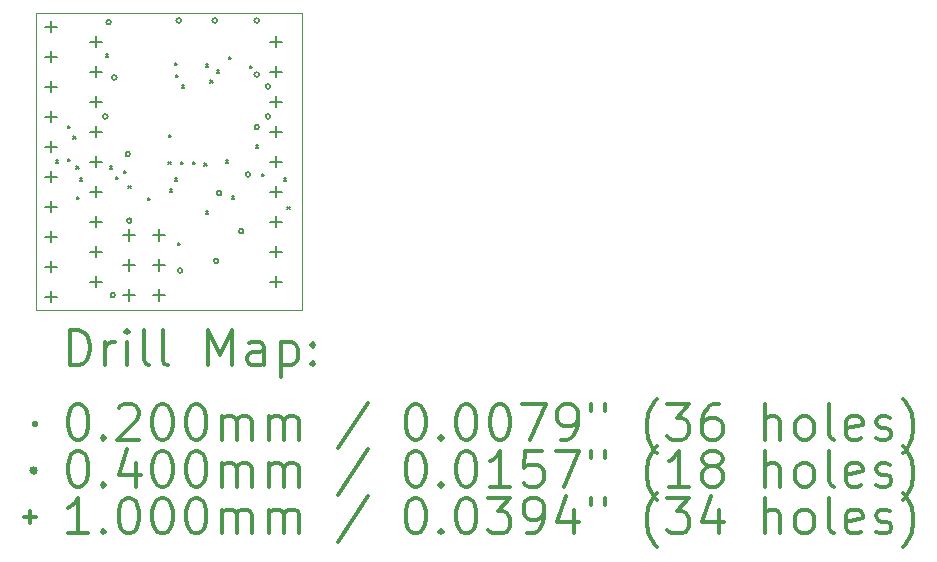
<source format=gbr>
%FSLAX45Y45*%
G04 Gerber Fmt 4.5, Leading zero omitted, Abs format (unit mm)*
G04 Created by KiCad (PCBNEW (5.1.10-1-10_14)) date 2021-12-19 23:04:49*
%MOMM*%
%LPD*%
G01*
G04 APERTURE LIST*
%TA.AperFunction,Profile*%
%ADD10C,0.050000*%
%TD*%
%ADD11C,0.200000*%
%ADD12C,0.300000*%
G04 APERTURE END LIST*
D10*
X14312900Y-12814300D02*
X12065000Y-12814300D01*
X12065000Y-12814300D02*
X12065000Y-10299700D01*
X14312900Y-10299700D02*
X14312900Y-12814300D01*
X12065000Y-10299700D02*
X14312900Y-10299700D01*
D11*
X12232800Y-11547000D02*
X12252800Y-11567000D01*
X12252800Y-11547000D02*
X12232800Y-11567000D01*
X12334400Y-11254900D02*
X12354400Y-11274900D01*
X12354400Y-11254900D02*
X12334400Y-11274900D01*
X12334400Y-11534300D02*
X12354400Y-11554300D01*
X12354400Y-11534300D02*
X12334400Y-11554300D01*
X12377998Y-11343693D02*
X12397998Y-11363693D01*
X12397998Y-11343693D02*
X12377998Y-11363693D01*
X12403699Y-11597800D02*
X12423699Y-11617800D01*
X12423699Y-11597800D02*
X12403699Y-11617800D01*
X12408093Y-11853762D02*
X12428093Y-11873762D01*
X12428093Y-11853762D02*
X12408093Y-11873762D01*
X12436000Y-11699400D02*
X12456000Y-11719400D01*
X12456000Y-11699400D02*
X12436000Y-11719400D01*
X12652170Y-10647729D02*
X12672170Y-10667729D01*
X12672170Y-10647729D02*
X12652170Y-10667729D01*
X12690000Y-11597800D02*
X12710000Y-11617800D01*
X12710000Y-11597800D02*
X12690000Y-11617800D01*
X12740800Y-11686699D02*
X12760800Y-11706699D01*
X12760800Y-11686699D02*
X12740800Y-11706699D01*
X12804640Y-11635900D02*
X12824640Y-11655900D01*
X12824640Y-11635900D02*
X12804640Y-11655900D01*
X12845803Y-11764614D02*
X12865803Y-11784614D01*
X12865803Y-11764614D02*
X12845803Y-11784614D01*
X13007500Y-11863303D02*
X13027500Y-11883303D01*
X13027500Y-11863303D02*
X13007500Y-11883303D01*
X13183028Y-11557148D02*
X13203028Y-11577148D01*
X13203028Y-11557148D02*
X13183028Y-11577148D01*
X13185300Y-11331100D02*
X13205300Y-11351100D01*
X13205300Y-11331100D02*
X13185300Y-11351100D01*
X13198059Y-11793174D02*
X13218059Y-11813174D01*
X13218059Y-11793174D02*
X13198059Y-11813174D01*
X13235984Y-11699400D02*
X13255984Y-11719400D01*
X13255984Y-11699400D02*
X13235984Y-11719400D01*
X13237692Y-10720962D02*
X13257692Y-10740962D01*
X13257692Y-10720962D02*
X13237692Y-10740962D01*
X13248800Y-10823100D02*
X13268800Y-10843100D01*
X13268800Y-10823100D02*
X13248800Y-10843100D01*
X13261500Y-12245500D02*
X13281500Y-12265500D01*
X13281500Y-12245500D02*
X13261500Y-12265500D01*
X13286902Y-11559698D02*
X13306902Y-11579698D01*
X13306902Y-11559698D02*
X13286902Y-11579698D01*
X13299600Y-10912000D02*
X13319600Y-10932000D01*
X13319600Y-10912000D02*
X13299600Y-10932000D01*
X13388690Y-11559049D02*
X13408690Y-11579049D01*
X13408690Y-11559049D02*
X13388690Y-11579049D01*
X13488905Y-11570367D02*
X13508905Y-11590367D01*
X13508905Y-11570367D02*
X13488905Y-11590367D01*
X13501143Y-10732650D02*
X13521143Y-10752650D01*
X13521143Y-10732650D02*
X13501143Y-10752650D01*
X13502800Y-11978800D02*
X13522800Y-11998800D01*
X13522800Y-11978800D02*
X13502800Y-11998800D01*
X13538468Y-10869535D02*
X13558468Y-10889535D01*
X13558468Y-10869535D02*
X13538468Y-10889535D01*
X13591700Y-10785000D02*
X13611700Y-10805000D01*
X13611700Y-10785000D02*
X13591700Y-10805000D01*
X13669065Y-11547517D02*
X13689065Y-11567517D01*
X13689065Y-11547517D02*
X13669065Y-11567517D01*
X13693300Y-10670700D02*
X13713300Y-10690700D01*
X13713300Y-10670700D02*
X13693300Y-10690700D01*
X13718700Y-11851800D02*
X13738700Y-11871800D01*
X13738700Y-11851800D02*
X13718700Y-11871800D01*
X13871100Y-10746900D02*
X13891100Y-10766900D01*
X13891100Y-10746900D02*
X13871100Y-10766900D01*
X13921900Y-11420000D02*
X13941900Y-11440000D01*
X13941900Y-11420000D02*
X13921900Y-11440000D01*
X13972700Y-11661300D02*
X13992700Y-11681300D01*
X13992700Y-11661300D02*
X13972700Y-11681300D01*
X14163200Y-11699400D02*
X14183200Y-11719400D01*
X14183200Y-11699400D02*
X14163200Y-11719400D01*
X14189798Y-11939502D02*
X14209798Y-11959502D01*
X14209798Y-11939502D02*
X14189798Y-11959502D01*
X12669200Y-11176000D02*
G75*
G03*
X12669200Y-11176000I-20000J0D01*
G01*
X12698203Y-10376805D02*
G75*
G03*
X12698203Y-10376805I-20000J0D01*
G01*
X12732700Y-12687300D02*
G75*
G03*
X12732700Y-12687300I-20000J0D01*
G01*
X12745400Y-10845800D02*
G75*
G03*
X12745400Y-10845800I-20000J0D01*
G01*
X12859700Y-11493500D02*
G75*
G03*
X12859700Y-11493500I-20000J0D01*
G01*
X12872400Y-12057429D02*
G75*
G03*
X12872400Y-12057429I-20000J0D01*
G01*
X13291500Y-10362200D02*
G75*
G03*
X13291500Y-10362200I-20000J0D01*
G01*
X13302876Y-12479099D02*
G75*
G03*
X13302876Y-12479099I-20000J0D01*
G01*
X13596300Y-10362200D02*
G75*
G03*
X13596300Y-10362200I-20000J0D01*
G01*
X13609000Y-12397107D02*
G75*
G03*
X13609000Y-12397107I-20000J0D01*
G01*
X13634400Y-11823699D02*
G75*
G03*
X13634400Y-11823699I-20000J0D01*
G01*
X13821080Y-12145118D02*
G75*
G03*
X13821080Y-12145118I-20000J0D01*
G01*
X13877426Y-11666965D02*
G75*
G03*
X13877426Y-11666965I-20000J0D01*
G01*
X13951900Y-10363200D02*
G75*
G03*
X13951900Y-10363200I-20000J0D01*
G01*
X13951900Y-10820400D02*
G75*
G03*
X13951900Y-10820400I-20000J0D01*
G01*
X13951900Y-11264900D02*
G75*
G03*
X13951900Y-11264900I-20000J0D01*
G01*
X14047027Y-10921999D02*
G75*
G03*
X14047027Y-10921999I-20000J0D01*
G01*
X14047028Y-11176000D02*
G75*
G03*
X14047028Y-11176000I-20000J0D01*
G01*
X12192000Y-10364000D02*
X12192000Y-10464000D01*
X12142000Y-10414000D02*
X12242000Y-10414000D01*
X12192000Y-10618000D02*
X12192000Y-10718000D01*
X12142000Y-10668000D02*
X12242000Y-10668000D01*
X12192000Y-10872000D02*
X12192000Y-10972000D01*
X12142000Y-10922000D02*
X12242000Y-10922000D01*
X12192000Y-11126000D02*
X12192000Y-11226000D01*
X12142000Y-11176000D02*
X12242000Y-11176000D01*
X12192000Y-11380000D02*
X12192000Y-11480000D01*
X12142000Y-11430000D02*
X12242000Y-11430000D01*
X12192000Y-11634000D02*
X12192000Y-11734000D01*
X12142000Y-11684000D02*
X12242000Y-11684000D01*
X12192000Y-11888000D02*
X12192000Y-11988000D01*
X12142000Y-11938000D02*
X12242000Y-11938000D01*
X12192000Y-12142000D02*
X12192000Y-12242000D01*
X12142000Y-12192000D02*
X12242000Y-12192000D01*
X12192000Y-12396000D02*
X12192000Y-12496000D01*
X12142000Y-12446000D02*
X12242000Y-12446000D01*
X12192000Y-12650000D02*
X12192000Y-12750000D01*
X12142000Y-12700000D02*
X12242000Y-12700000D01*
X12573000Y-10491000D02*
X12573000Y-10591000D01*
X12523000Y-10541000D02*
X12623000Y-10541000D01*
X12573000Y-10745000D02*
X12573000Y-10845000D01*
X12523000Y-10795000D02*
X12623000Y-10795000D01*
X12573000Y-10999000D02*
X12573000Y-11099000D01*
X12523000Y-11049000D02*
X12623000Y-11049000D01*
X12573000Y-11253000D02*
X12573000Y-11353000D01*
X12523000Y-11303000D02*
X12623000Y-11303000D01*
X12573000Y-11507000D02*
X12573000Y-11607000D01*
X12523000Y-11557000D02*
X12623000Y-11557000D01*
X12573000Y-11761000D02*
X12573000Y-11861000D01*
X12523000Y-11811000D02*
X12623000Y-11811000D01*
X12573000Y-12015000D02*
X12573000Y-12115000D01*
X12523000Y-12065000D02*
X12623000Y-12065000D01*
X12573000Y-12269000D02*
X12573000Y-12369000D01*
X12523000Y-12319000D02*
X12623000Y-12319000D01*
X12573000Y-12523000D02*
X12573000Y-12623000D01*
X12523000Y-12573000D02*
X12623000Y-12573000D01*
X12852400Y-12129300D02*
X12852400Y-12229300D01*
X12802400Y-12179300D02*
X12902400Y-12179300D01*
X12852400Y-12383300D02*
X12852400Y-12483300D01*
X12802400Y-12433300D02*
X12902400Y-12433300D01*
X12852400Y-12637300D02*
X12852400Y-12737300D01*
X12802400Y-12687300D02*
X12902400Y-12687300D01*
X13106400Y-12129300D02*
X13106400Y-12229300D01*
X13056400Y-12179300D02*
X13156400Y-12179300D01*
X13106400Y-12383300D02*
X13106400Y-12483300D01*
X13056400Y-12433300D02*
X13156400Y-12433300D01*
X13106400Y-12637300D02*
X13106400Y-12737300D01*
X13056400Y-12687300D02*
X13156400Y-12687300D01*
X14097000Y-10491000D02*
X14097000Y-10591000D01*
X14047000Y-10541000D02*
X14147000Y-10541000D01*
X14097000Y-10745000D02*
X14097000Y-10845000D01*
X14047000Y-10795000D02*
X14147000Y-10795000D01*
X14097000Y-10999000D02*
X14097000Y-11099000D01*
X14047000Y-11049000D02*
X14147000Y-11049000D01*
X14097000Y-11253000D02*
X14097000Y-11353000D01*
X14047000Y-11303000D02*
X14147000Y-11303000D01*
X14097000Y-11507000D02*
X14097000Y-11607000D01*
X14047000Y-11557000D02*
X14147000Y-11557000D01*
X14097000Y-11761000D02*
X14097000Y-11861000D01*
X14047000Y-11811000D02*
X14147000Y-11811000D01*
X14097000Y-12015000D02*
X14097000Y-12115000D01*
X14047000Y-12065000D02*
X14147000Y-12065000D01*
X14097000Y-12269000D02*
X14097000Y-12369000D01*
X14047000Y-12319000D02*
X14147000Y-12319000D01*
X14097000Y-12523000D02*
X14097000Y-12623000D01*
X14047000Y-12573000D02*
X14147000Y-12573000D01*
D12*
X12348928Y-13282514D02*
X12348928Y-12982514D01*
X12420357Y-12982514D01*
X12463214Y-12996800D01*
X12491786Y-13025371D01*
X12506071Y-13053943D01*
X12520357Y-13111086D01*
X12520357Y-13153943D01*
X12506071Y-13211086D01*
X12491786Y-13239657D01*
X12463214Y-13268229D01*
X12420357Y-13282514D01*
X12348928Y-13282514D01*
X12648928Y-13282514D02*
X12648928Y-13082514D01*
X12648928Y-13139657D02*
X12663214Y-13111086D01*
X12677500Y-13096800D01*
X12706071Y-13082514D01*
X12734643Y-13082514D01*
X12834643Y-13282514D02*
X12834643Y-13082514D01*
X12834643Y-12982514D02*
X12820357Y-12996800D01*
X12834643Y-13011086D01*
X12848928Y-12996800D01*
X12834643Y-12982514D01*
X12834643Y-13011086D01*
X13020357Y-13282514D02*
X12991786Y-13268229D01*
X12977500Y-13239657D01*
X12977500Y-12982514D01*
X13177500Y-13282514D02*
X13148928Y-13268229D01*
X13134643Y-13239657D01*
X13134643Y-12982514D01*
X13520357Y-13282514D02*
X13520357Y-12982514D01*
X13620357Y-13196800D01*
X13720357Y-12982514D01*
X13720357Y-13282514D01*
X13991786Y-13282514D02*
X13991786Y-13125371D01*
X13977500Y-13096800D01*
X13948928Y-13082514D01*
X13891786Y-13082514D01*
X13863214Y-13096800D01*
X13991786Y-13268229D02*
X13963214Y-13282514D01*
X13891786Y-13282514D01*
X13863214Y-13268229D01*
X13848928Y-13239657D01*
X13848928Y-13211086D01*
X13863214Y-13182514D01*
X13891786Y-13168229D01*
X13963214Y-13168229D01*
X13991786Y-13153943D01*
X14134643Y-13082514D02*
X14134643Y-13382514D01*
X14134643Y-13096800D02*
X14163214Y-13082514D01*
X14220357Y-13082514D01*
X14248928Y-13096800D01*
X14263214Y-13111086D01*
X14277500Y-13139657D01*
X14277500Y-13225371D01*
X14263214Y-13253943D01*
X14248928Y-13268229D01*
X14220357Y-13282514D01*
X14163214Y-13282514D01*
X14134643Y-13268229D01*
X14406071Y-13253943D02*
X14420357Y-13268229D01*
X14406071Y-13282514D01*
X14391786Y-13268229D01*
X14406071Y-13253943D01*
X14406071Y-13282514D01*
X14406071Y-13096800D02*
X14420357Y-13111086D01*
X14406071Y-13125371D01*
X14391786Y-13111086D01*
X14406071Y-13096800D01*
X14406071Y-13125371D01*
X12042500Y-13766800D02*
X12062500Y-13786800D01*
X12062500Y-13766800D02*
X12042500Y-13786800D01*
X12406071Y-13612514D02*
X12434643Y-13612514D01*
X12463214Y-13626800D01*
X12477500Y-13641086D01*
X12491786Y-13669657D01*
X12506071Y-13726800D01*
X12506071Y-13798229D01*
X12491786Y-13855371D01*
X12477500Y-13883943D01*
X12463214Y-13898229D01*
X12434643Y-13912514D01*
X12406071Y-13912514D01*
X12377500Y-13898229D01*
X12363214Y-13883943D01*
X12348928Y-13855371D01*
X12334643Y-13798229D01*
X12334643Y-13726800D01*
X12348928Y-13669657D01*
X12363214Y-13641086D01*
X12377500Y-13626800D01*
X12406071Y-13612514D01*
X12634643Y-13883943D02*
X12648928Y-13898229D01*
X12634643Y-13912514D01*
X12620357Y-13898229D01*
X12634643Y-13883943D01*
X12634643Y-13912514D01*
X12763214Y-13641086D02*
X12777500Y-13626800D01*
X12806071Y-13612514D01*
X12877500Y-13612514D01*
X12906071Y-13626800D01*
X12920357Y-13641086D01*
X12934643Y-13669657D01*
X12934643Y-13698229D01*
X12920357Y-13741086D01*
X12748928Y-13912514D01*
X12934643Y-13912514D01*
X13120357Y-13612514D02*
X13148928Y-13612514D01*
X13177500Y-13626800D01*
X13191786Y-13641086D01*
X13206071Y-13669657D01*
X13220357Y-13726800D01*
X13220357Y-13798229D01*
X13206071Y-13855371D01*
X13191786Y-13883943D01*
X13177500Y-13898229D01*
X13148928Y-13912514D01*
X13120357Y-13912514D01*
X13091786Y-13898229D01*
X13077500Y-13883943D01*
X13063214Y-13855371D01*
X13048928Y-13798229D01*
X13048928Y-13726800D01*
X13063214Y-13669657D01*
X13077500Y-13641086D01*
X13091786Y-13626800D01*
X13120357Y-13612514D01*
X13406071Y-13612514D02*
X13434643Y-13612514D01*
X13463214Y-13626800D01*
X13477500Y-13641086D01*
X13491786Y-13669657D01*
X13506071Y-13726800D01*
X13506071Y-13798229D01*
X13491786Y-13855371D01*
X13477500Y-13883943D01*
X13463214Y-13898229D01*
X13434643Y-13912514D01*
X13406071Y-13912514D01*
X13377500Y-13898229D01*
X13363214Y-13883943D01*
X13348928Y-13855371D01*
X13334643Y-13798229D01*
X13334643Y-13726800D01*
X13348928Y-13669657D01*
X13363214Y-13641086D01*
X13377500Y-13626800D01*
X13406071Y-13612514D01*
X13634643Y-13912514D02*
X13634643Y-13712514D01*
X13634643Y-13741086D02*
X13648928Y-13726800D01*
X13677500Y-13712514D01*
X13720357Y-13712514D01*
X13748928Y-13726800D01*
X13763214Y-13755371D01*
X13763214Y-13912514D01*
X13763214Y-13755371D02*
X13777500Y-13726800D01*
X13806071Y-13712514D01*
X13848928Y-13712514D01*
X13877500Y-13726800D01*
X13891786Y-13755371D01*
X13891786Y-13912514D01*
X14034643Y-13912514D02*
X14034643Y-13712514D01*
X14034643Y-13741086D02*
X14048928Y-13726800D01*
X14077500Y-13712514D01*
X14120357Y-13712514D01*
X14148928Y-13726800D01*
X14163214Y-13755371D01*
X14163214Y-13912514D01*
X14163214Y-13755371D02*
X14177500Y-13726800D01*
X14206071Y-13712514D01*
X14248928Y-13712514D01*
X14277500Y-13726800D01*
X14291786Y-13755371D01*
X14291786Y-13912514D01*
X14877500Y-13598229D02*
X14620357Y-13983943D01*
X15263214Y-13612514D02*
X15291786Y-13612514D01*
X15320357Y-13626800D01*
X15334643Y-13641086D01*
X15348928Y-13669657D01*
X15363214Y-13726800D01*
X15363214Y-13798229D01*
X15348928Y-13855371D01*
X15334643Y-13883943D01*
X15320357Y-13898229D01*
X15291786Y-13912514D01*
X15263214Y-13912514D01*
X15234643Y-13898229D01*
X15220357Y-13883943D01*
X15206071Y-13855371D01*
X15191786Y-13798229D01*
X15191786Y-13726800D01*
X15206071Y-13669657D01*
X15220357Y-13641086D01*
X15234643Y-13626800D01*
X15263214Y-13612514D01*
X15491786Y-13883943D02*
X15506071Y-13898229D01*
X15491786Y-13912514D01*
X15477500Y-13898229D01*
X15491786Y-13883943D01*
X15491786Y-13912514D01*
X15691786Y-13612514D02*
X15720357Y-13612514D01*
X15748928Y-13626800D01*
X15763214Y-13641086D01*
X15777500Y-13669657D01*
X15791786Y-13726800D01*
X15791786Y-13798229D01*
X15777500Y-13855371D01*
X15763214Y-13883943D01*
X15748928Y-13898229D01*
X15720357Y-13912514D01*
X15691786Y-13912514D01*
X15663214Y-13898229D01*
X15648928Y-13883943D01*
X15634643Y-13855371D01*
X15620357Y-13798229D01*
X15620357Y-13726800D01*
X15634643Y-13669657D01*
X15648928Y-13641086D01*
X15663214Y-13626800D01*
X15691786Y-13612514D01*
X15977500Y-13612514D02*
X16006071Y-13612514D01*
X16034643Y-13626800D01*
X16048928Y-13641086D01*
X16063214Y-13669657D01*
X16077500Y-13726800D01*
X16077500Y-13798229D01*
X16063214Y-13855371D01*
X16048928Y-13883943D01*
X16034643Y-13898229D01*
X16006071Y-13912514D01*
X15977500Y-13912514D01*
X15948928Y-13898229D01*
X15934643Y-13883943D01*
X15920357Y-13855371D01*
X15906071Y-13798229D01*
X15906071Y-13726800D01*
X15920357Y-13669657D01*
X15934643Y-13641086D01*
X15948928Y-13626800D01*
X15977500Y-13612514D01*
X16177500Y-13612514D02*
X16377500Y-13612514D01*
X16248928Y-13912514D01*
X16506071Y-13912514D02*
X16563214Y-13912514D01*
X16591786Y-13898229D01*
X16606071Y-13883943D01*
X16634643Y-13841086D01*
X16648928Y-13783943D01*
X16648928Y-13669657D01*
X16634643Y-13641086D01*
X16620357Y-13626800D01*
X16591786Y-13612514D01*
X16534643Y-13612514D01*
X16506071Y-13626800D01*
X16491786Y-13641086D01*
X16477500Y-13669657D01*
X16477500Y-13741086D01*
X16491786Y-13769657D01*
X16506071Y-13783943D01*
X16534643Y-13798229D01*
X16591786Y-13798229D01*
X16620357Y-13783943D01*
X16634643Y-13769657D01*
X16648928Y-13741086D01*
X16763214Y-13612514D02*
X16763214Y-13669657D01*
X16877500Y-13612514D02*
X16877500Y-13669657D01*
X17320357Y-14026800D02*
X17306071Y-14012514D01*
X17277500Y-13969657D01*
X17263214Y-13941086D01*
X17248928Y-13898229D01*
X17234643Y-13826800D01*
X17234643Y-13769657D01*
X17248928Y-13698229D01*
X17263214Y-13655371D01*
X17277500Y-13626800D01*
X17306071Y-13583943D01*
X17320357Y-13569657D01*
X17406071Y-13612514D02*
X17591786Y-13612514D01*
X17491786Y-13726800D01*
X17534643Y-13726800D01*
X17563214Y-13741086D01*
X17577500Y-13755371D01*
X17591786Y-13783943D01*
X17591786Y-13855371D01*
X17577500Y-13883943D01*
X17563214Y-13898229D01*
X17534643Y-13912514D01*
X17448928Y-13912514D01*
X17420357Y-13898229D01*
X17406071Y-13883943D01*
X17848928Y-13612514D02*
X17791786Y-13612514D01*
X17763214Y-13626800D01*
X17748928Y-13641086D01*
X17720357Y-13683943D01*
X17706071Y-13741086D01*
X17706071Y-13855371D01*
X17720357Y-13883943D01*
X17734643Y-13898229D01*
X17763214Y-13912514D01*
X17820357Y-13912514D01*
X17848928Y-13898229D01*
X17863214Y-13883943D01*
X17877500Y-13855371D01*
X17877500Y-13783943D01*
X17863214Y-13755371D01*
X17848928Y-13741086D01*
X17820357Y-13726800D01*
X17763214Y-13726800D01*
X17734643Y-13741086D01*
X17720357Y-13755371D01*
X17706071Y-13783943D01*
X18234643Y-13912514D02*
X18234643Y-13612514D01*
X18363214Y-13912514D02*
X18363214Y-13755371D01*
X18348928Y-13726800D01*
X18320357Y-13712514D01*
X18277500Y-13712514D01*
X18248928Y-13726800D01*
X18234643Y-13741086D01*
X18548928Y-13912514D02*
X18520357Y-13898229D01*
X18506071Y-13883943D01*
X18491786Y-13855371D01*
X18491786Y-13769657D01*
X18506071Y-13741086D01*
X18520357Y-13726800D01*
X18548928Y-13712514D01*
X18591786Y-13712514D01*
X18620357Y-13726800D01*
X18634643Y-13741086D01*
X18648928Y-13769657D01*
X18648928Y-13855371D01*
X18634643Y-13883943D01*
X18620357Y-13898229D01*
X18591786Y-13912514D01*
X18548928Y-13912514D01*
X18820357Y-13912514D02*
X18791786Y-13898229D01*
X18777500Y-13869657D01*
X18777500Y-13612514D01*
X19048928Y-13898229D02*
X19020357Y-13912514D01*
X18963214Y-13912514D01*
X18934643Y-13898229D01*
X18920357Y-13869657D01*
X18920357Y-13755371D01*
X18934643Y-13726800D01*
X18963214Y-13712514D01*
X19020357Y-13712514D01*
X19048928Y-13726800D01*
X19063214Y-13755371D01*
X19063214Y-13783943D01*
X18920357Y-13812514D01*
X19177500Y-13898229D02*
X19206071Y-13912514D01*
X19263214Y-13912514D01*
X19291786Y-13898229D01*
X19306071Y-13869657D01*
X19306071Y-13855371D01*
X19291786Y-13826800D01*
X19263214Y-13812514D01*
X19220357Y-13812514D01*
X19191786Y-13798229D01*
X19177500Y-13769657D01*
X19177500Y-13755371D01*
X19191786Y-13726800D01*
X19220357Y-13712514D01*
X19263214Y-13712514D01*
X19291786Y-13726800D01*
X19406071Y-14026800D02*
X19420357Y-14012514D01*
X19448928Y-13969657D01*
X19463214Y-13941086D01*
X19477500Y-13898229D01*
X19491786Y-13826800D01*
X19491786Y-13769657D01*
X19477500Y-13698229D01*
X19463214Y-13655371D01*
X19448928Y-13626800D01*
X19420357Y-13583943D01*
X19406071Y-13569657D01*
X12062500Y-14172800D02*
G75*
G03*
X12062500Y-14172800I-20000J0D01*
G01*
X12406071Y-14008514D02*
X12434643Y-14008514D01*
X12463214Y-14022800D01*
X12477500Y-14037086D01*
X12491786Y-14065657D01*
X12506071Y-14122800D01*
X12506071Y-14194229D01*
X12491786Y-14251371D01*
X12477500Y-14279943D01*
X12463214Y-14294229D01*
X12434643Y-14308514D01*
X12406071Y-14308514D01*
X12377500Y-14294229D01*
X12363214Y-14279943D01*
X12348928Y-14251371D01*
X12334643Y-14194229D01*
X12334643Y-14122800D01*
X12348928Y-14065657D01*
X12363214Y-14037086D01*
X12377500Y-14022800D01*
X12406071Y-14008514D01*
X12634643Y-14279943D02*
X12648928Y-14294229D01*
X12634643Y-14308514D01*
X12620357Y-14294229D01*
X12634643Y-14279943D01*
X12634643Y-14308514D01*
X12906071Y-14108514D02*
X12906071Y-14308514D01*
X12834643Y-13994229D02*
X12763214Y-14208514D01*
X12948928Y-14208514D01*
X13120357Y-14008514D02*
X13148928Y-14008514D01*
X13177500Y-14022800D01*
X13191786Y-14037086D01*
X13206071Y-14065657D01*
X13220357Y-14122800D01*
X13220357Y-14194229D01*
X13206071Y-14251371D01*
X13191786Y-14279943D01*
X13177500Y-14294229D01*
X13148928Y-14308514D01*
X13120357Y-14308514D01*
X13091786Y-14294229D01*
X13077500Y-14279943D01*
X13063214Y-14251371D01*
X13048928Y-14194229D01*
X13048928Y-14122800D01*
X13063214Y-14065657D01*
X13077500Y-14037086D01*
X13091786Y-14022800D01*
X13120357Y-14008514D01*
X13406071Y-14008514D02*
X13434643Y-14008514D01*
X13463214Y-14022800D01*
X13477500Y-14037086D01*
X13491786Y-14065657D01*
X13506071Y-14122800D01*
X13506071Y-14194229D01*
X13491786Y-14251371D01*
X13477500Y-14279943D01*
X13463214Y-14294229D01*
X13434643Y-14308514D01*
X13406071Y-14308514D01*
X13377500Y-14294229D01*
X13363214Y-14279943D01*
X13348928Y-14251371D01*
X13334643Y-14194229D01*
X13334643Y-14122800D01*
X13348928Y-14065657D01*
X13363214Y-14037086D01*
X13377500Y-14022800D01*
X13406071Y-14008514D01*
X13634643Y-14308514D02*
X13634643Y-14108514D01*
X13634643Y-14137086D02*
X13648928Y-14122800D01*
X13677500Y-14108514D01*
X13720357Y-14108514D01*
X13748928Y-14122800D01*
X13763214Y-14151371D01*
X13763214Y-14308514D01*
X13763214Y-14151371D02*
X13777500Y-14122800D01*
X13806071Y-14108514D01*
X13848928Y-14108514D01*
X13877500Y-14122800D01*
X13891786Y-14151371D01*
X13891786Y-14308514D01*
X14034643Y-14308514D02*
X14034643Y-14108514D01*
X14034643Y-14137086D02*
X14048928Y-14122800D01*
X14077500Y-14108514D01*
X14120357Y-14108514D01*
X14148928Y-14122800D01*
X14163214Y-14151371D01*
X14163214Y-14308514D01*
X14163214Y-14151371D02*
X14177500Y-14122800D01*
X14206071Y-14108514D01*
X14248928Y-14108514D01*
X14277500Y-14122800D01*
X14291786Y-14151371D01*
X14291786Y-14308514D01*
X14877500Y-13994229D02*
X14620357Y-14379943D01*
X15263214Y-14008514D02*
X15291786Y-14008514D01*
X15320357Y-14022800D01*
X15334643Y-14037086D01*
X15348928Y-14065657D01*
X15363214Y-14122800D01*
X15363214Y-14194229D01*
X15348928Y-14251371D01*
X15334643Y-14279943D01*
X15320357Y-14294229D01*
X15291786Y-14308514D01*
X15263214Y-14308514D01*
X15234643Y-14294229D01*
X15220357Y-14279943D01*
X15206071Y-14251371D01*
X15191786Y-14194229D01*
X15191786Y-14122800D01*
X15206071Y-14065657D01*
X15220357Y-14037086D01*
X15234643Y-14022800D01*
X15263214Y-14008514D01*
X15491786Y-14279943D02*
X15506071Y-14294229D01*
X15491786Y-14308514D01*
X15477500Y-14294229D01*
X15491786Y-14279943D01*
X15491786Y-14308514D01*
X15691786Y-14008514D02*
X15720357Y-14008514D01*
X15748928Y-14022800D01*
X15763214Y-14037086D01*
X15777500Y-14065657D01*
X15791786Y-14122800D01*
X15791786Y-14194229D01*
X15777500Y-14251371D01*
X15763214Y-14279943D01*
X15748928Y-14294229D01*
X15720357Y-14308514D01*
X15691786Y-14308514D01*
X15663214Y-14294229D01*
X15648928Y-14279943D01*
X15634643Y-14251371D01*
X15620357Y-14194229D01*
X15620357Y-14122800D01*
X15634643Y-14065657D01*
X15648928Y-14037086D01*
X15663214Y-14022800D01*
X15691786Y-14008514D01*
X16077500Y-14308514D02*
X15906071Y-14308514D01*
X15991786Y-14308514D02*
X15991786Y-14008514D01*
X15963214Y-14051371D01*
X15934643Y-14079943D01*
X15906071Y-14094229D01*
X16348928Y-14008514D02*
X16206071Y-14008514D01*
X16191786Y-14151371D01*
X16206071Y-14137086D01*
X16234643Y-14122800D01*
X16306071Y-14122800D01*
X16334643Y-14137086D01*
X16348928Y-14151371D01*
X16363214Y-14179943D01*
X16363214Y-14251371D01*
X16348928Y-14279943D01*
X16334643Y-14294229D01*
X16306071Y-14308514D01*
X16234643Y-14308514D01*
X16206071Y-14294229D01*
X16191786Y-14279943D01*
X16463214Y-14008514D02*
X16663214Y-14008514D01*
X16534643Y-14308514D01*
X16763214Y-14008514D02*
X16763214Y-14065657D01*
X16877500Y-14008514D02*
X16877500Y-14065657D01*
X17320357Y-14422800D02*
X17306071Y-14408514D01*
X17277500Y-14365657D01*
X17263214Y-14337086D01*
X17248928Y-14294229D01*
X17234643Y-14222800D01*
X17234643Y-14165657D01*
X17248928Y-14094229D01*
X17263214Y-14051371D01*
X17277500Y-14022800D01*
X17306071Y-13979943D01*
X17320357Y-13965657D01*
X17591786Y-14308514D02*
X17420357Y-14308514D01*
X17506071Y-14308514D02*
X17506071Y-14008514D01*
X17477500Y-14051371D01*
X17448928Y-14079943D01*
X17420357Y-14094229D01*
X17763214Y-14137086D02*
X17734643Y-14122800D01*
X17720357Y-14108514D01*
X17706071Y-14079943D01*
X17706071Y-14065657D01*
X17720357Y-14037086D01*
X17734643Y-14022800D01*
X17763214Y-14008514D01*
X17820357Y-14008514D01*
X17848928Y-14022800D01*
X17863214Y-14037086D01*
X17877500Y-14065657D01*
X17877500Y-14079943D01*
X17863214Y-14108514D01*
X17848928Y-14122800D01*
X17820357Y-14137086D01*
X17763214Y-14137086D01*
X17734643Y-14151371D01*
X17720357Y-14165657D01*
X17706071Y-14194229D01*
X17706071Y-14251371D01*
X17720357Y-14279943D01*
X17734643Y-14294229D01*
X17763214Y-14308514D01*
X17820357Y-14308514D01*
X17848928Y-14294229D01*
X17863214Y-14279943D01*
X17877500Y-14251371D01*
X17877500Y-14194229D01*
X17863214Y-14165657D01*
X17848928Y-14151371D01*
X17820357Y-14137086D01*
X18234643Y-14308514D02*
X18234643Y-14008514D01*
X18363214Y-14308514D02*
X18363214Y-14151371D01*
X18348928Y-14122800D01*
X18320357Y-14108514D01*
X18277500Y-14108514D01*
X18248928Y-14122800D01*
X18234643Y-14137086D01*
X18548928Y-14308514D02*
X18520357Y-14294229D01*
X18506071Y-14279943D01*
X18491786Y-14251371D01*
X18491786Y-14165657D01*
X18506071Y-14137086D01*
X18520357Y-14122800D01*
X18548928Y-14108514D01*
X18591786Y-14108514D01*
X18620357Y-14122800D01*
X18634643Y-14137086D01*
X18648928Y-14165657D01*
X18648928Y-14251371D01*
X18634643Y-14279943D01*
X18620357Y-14294229D01*
X18591786Y-14308514D01*
X18548928Y-14308514D01*
X18820357Y-14308514D02*
X18791786Y-14294229D01*
X18777500Y-14265657D01*
X18777500Y-14008514D01*
X19048928Y-14294229D02*
X19020357Y-14308514D01*
X18963214Y-14308514D01*
X18934643Y-14294229D01*
X18920357Y-14265657D01*
X18920357Y-14151371D01*
X18934643Y-14122800D01*
X18963214Y-14108514D01*
X19020357Y-14108514D01*
X19048928Y-14122800D01*
X19063214Y-14151371D01*
X19063214Y-14179943D01*
X18920357Y-14208514D01*
X19177500Y-14294229D02*
X19206071Y-14308514D01*
X19263214Y-14308514D01*
X19291786Y-14294229D01*
X19306071Y-14265657D01*
X19306071Y-14251371D01*
X19291786Y-14222800D01*
X19263214Y-14208514D01*
X19220357Y-14208514D01*
X19191786Y-14194229D01*
X19177500Y-14165657D01*
X19177500Y-14151371D01*
X19191786Y-14122800D01*
X19220357Y-14108514D01*
X19263214Y-14108514D01*
X19291786Y-14122800D01*
X19406071Y-14422800D02*
X19420357Y-14408514D01*
X19448928Y-14365657D01*
X19463214Y-14337086D01*
X19477500Y-14294229D01*
X19491786Y-14222800D01*
X19491786Y-14165657D01*
X19477500Y-14094229D01*
X19463214Y-14051371D01*
X19448928Y-14022800D01*
X19420357Y-13979943D01*
X19406071Y-13965657D01*
X12012500Y-14518800D02*
X12012500Y-14618800D01*
X11962500Y-14568800D02*
X12062500Y-14568800D01*
X12506071Y-14704514D02*
X12334643Y-14704514D01*
X12420357Y-14704514D02*
X12420357Y-14404514D01*
X12391786Y-14447371D01*
X12363214Y-14475943D01*
X12334643Y-14490229D01*
X12634643Y-14675943D02*
X12648928Y-14690229D01*
X12634643Y-14704514D01*
X12620357Y-14690229D01*
X12634643Y-14675943D01*
X12634643Y-14704514D01*
X12834643Y-14404514D02*
X12863214Y-14404514D01*
X12891786Y-14418800D01*
X12906071Y-14433086D01*
X12920357Y-14461657D01*
X12934643Y-14518800D01*
X12934643Y-14590229D01*
X12920357Y-14647371D01*
X12906071Y-14675943D01*
X12891786Y-14690229D01*
X12863214Y-14704514D01*
X12834643Y-14704514D01*
X12806071Y-14690229D01*
X12791786Y-14675943D01*
X12777500Y-14647371D01*
X12763214Y-14590229D01*
X12763214Y-14518800D01*
X12777500Y-14461657D01*
X12791786Y-14433086D01*
X12806071Y-14418800D01*
X12834643Y-14404514D01*
X13120357Y-14404514D02*
X13148928Y-14404514D01*
X13177500Y-14418800D01*
X13191786Y-14433086D01*
X13206071Y-14461657D01*
X13220357Y-14518800D01*
X13220357Y-14590229D01*
X13206071Y-14647371D01*
X13191786Y-14675943D01*
X13177500Y-14690229D01*
X13148928Y-14704514D01*
X13120357Y-14704514D01*
X13091786Y-14690229D01*
X13077500Y-14675943D01*
X13063214Y-14647371D01*
X13048928Y-14590229D01*
X13048928Y-14518800D01*
X13063214Y-14461657D01*
X13077500Y-14433086D01*
X13091786Y-14418800D01*
X13120357Y-14404514D01*
X13406071Y-14404514D02*
X13434643Y-14404514D01*
X13463214Y-14418800D01*
X13477500Y-14433086D01*
X13491786Y-14461657D01*
X13506071Y-14518800D01*
X13506071Y-14590229D01*
X13491786Y-14647371D01*
X13477500Y-14675943D01*
X13463214Y-14690229D01*
X13434643Y-14704514D01*
X13406071Y-14704514D01*
X13377500Y-14690229D01*
X13363214Y-14675943D01*
X13348928Y-14647371D01*
X13334643Y-14590229D01*
X13334643Y-14518800D01*
X13348928Y-14461657D01*
X13363214Y-14433086D01*
X13377500Y-14418800D01*
X13406071Y-14404514D01*
X13634643Y-14704514D02*
X13634643Y-14504514D01*
X13634643Y-14533086D02*
X13648928Y-14518800D01*
X13677500Y-14504514D01*
X13720357Y-14504514D01*
X13748928Y-14518800D01*
X13763214Y-14547371D01*
X13763214Y-14704514D01*
X13763214Y-14547371D02*
X13777500Y-14518800D01*
X13806071Y-14504514D01*
X13848928Y-14504514D01*
X13877500Y-14518800D01*
X13891786Y-14547371D01*
X13891786Y-14704514D01*
X14034643Y-14704514D02*
X14034643Y-14504514D01*
X14034643Y-14533086D02*
X14048928Y-14518800D01*
X14077500Y-14504514D01*
X14120357Y-14504514D01*
X14148928Y-14518800D01*
X14163214Y-14547371D01*
X14163214Y-14704514D01*
X14163214Y-14547371D02*
X14177500Y-14518800D01*
X14206071Y-14504514D01*
X14248928Y-14504514D01*
X14277500Y-14518800D01*
X14291786Y-14547371D01*
X14291786Y-14704514D01*
X14877500Y-14390229D02*
X14620357Y-14775943D01*
X15263214Y-14404514D02*
X15291786Y-14404514D01*
X15320357Y-14418800D01*
X15334643Y-14433086D01*
X15348928Y-14461657D01*
X15363214Y-14518800D01*
X15363214Y-14590229D01*
X15348928Y-14647371D01*
X15334643Y-14675943D01*
X15320357Y-14690229D01*
X15291786Y-14704514D01*
X15263214Y-14704514D01*
X15234643Y-14690229D01*
X15220357Y-14675943D01*
X15206071Y-14647371D01*
X15191786Y-14590229D01*
X15191786Y-14518800D01*
X15206071Y-14461657D01*
X15220357Y-14433086D01*
X15234643Y-14418800D01*
X15263214Y-14404514D01*
X15491786Y-14675943D02*
X15506071Y-14690229D01*
X15491786Y-14704514D01*
X15477500Y-14690229D01*
X15491786Y-14675943D01*
X15491786Y-14704514D01*
X15691786Y-14404514D02*
X15720357Y-14404514D01*
X15748928Y-14418800D01*
X15763214Y-14433086D01*
X15777500Y-14461657D01*
X15791786Y-14518800D01*
X15791786Y-14590229D01*
X15777500Y-14647371D01*
X15763214Y-14675943D01*
X15748928Y-14690229D01*
X15720357Y-14704514D01*
X15691786Y-14704514D01*
X15663214Y-14690229D01*
X15648928Y-14675943D01*
X15634643Y-14647371D01*
X15620357Y-14590229D01*
X15620357Y-14518800D01*
X15634643Y-14461657D01*
X15648928Y-14433086D01*
X15663214Y-14418800D01*
X15691786Y-14404514D01*
X15891786Y-14404514D02*
X16077500Y-14404514D01*
X15977500Y-14518800D01*
X16020357Y-14518800D01*
X16048928Y-14533086D01*
X16063214Y-14547371D01*
X16077500Y-14575943D01*
X16077500Y-14647371D01*
X16063214Y-14675943D01*
X16048928Y-14690229D01*
X16020357Y-14704514D01*
X15934643Y-14704514D01*
X15906071Y-14690229D01*
X15891786Y-14675943D01*
X16220357Y-14704514D02*
X16277500Y-14704514D01*
X16306071Y-14690229D01*
X16320357Y-14675943D01*
X16348928Y-14633086D01*
X16363214Y-14575943D01*
X16363214Y-14461657D01*
X16348928Y-14433086D01*
X16334643Y-14418800D01*
X16306071Y-14404514D01*
X16248928Y-14404514D01*
X16220357Y-14418800D01*
X16206071Y-14433086D01*
X16191786Y-14461657D01*
X16191786Y-14533086D01*
X16206071Y-14561657D01*
X16220357Y-14575943D01*
X16248928Y-14590229D01*
X16306071Y-14590229D01*
X16334643Y-14575943D01*
X16348928Y-14561657D01*
X16363214Y-14533086D01*
X16620357Y-14504514D02*
X16620357Y-14704514D01*
X16548928Y-14390229D02*
X16477500Y-14604514D01*
X16663214Y-14604514D01*
X16763214Y-14404514D02*
X16763214Y-14461657D01*
X16877500Y-14404514D02*
X16877500Y-14461657D01*
X17320357Y-14818800D02*
X17306071Y-14804514D01*
X17277500Y-14761657D01*
X17263214Y-14733086D01*
X17248928Y-14690229D01*
X17234643Y-14618800D01*
X17234643Y-14561657D01*
X17248928Y-14490229D01*
X17263214Y-14447371D01*
X17277500Y-14418800D01*
X17306071Y-14375943D01*
X17320357Y-14361657D01*
X17406071Y-14404514D02*
X17591786Y-14404514D01*
X17491786Y-14518800D01*
X17534643Y-14518800D01*
X17563214Y-14533086D01*
X17577500Y-14547371D01*
X17591786Y-14575943D01*
X17591786Y-14647371D01*
X17577500Y-14675943D01*
X17563214Y-14690229D01*
X17534643Y-14704514D01*
X17448928Y-14704514D01*
X17420357Y-14690229D01*
X17406071Y-14675943D01*
X17848928Y-14504514D02*
X17848928Y-14704514D01*
X17777500Y-14390229D02*
X17706071Y-14604514D01*
X17891786Y-14604514D01*
X18234643Y-14704514D02*
X18234643Y-14404514D01*
X18363214Y-14704514D02*
X18363214Y-14547371D01*
X18348928Y-14518800D01*
X18320357Y-14504514D01*
X18277500Y-14504514D01*
X18248928Y-14518800D01*
X18234643Y-14533086D01*
X18548928Y-14704514D02*
X18520357Y-14690229D01*
X18506071Y-14675943D01*
X18491786Y-14647371D01*
X18491786Y-14561657D01*
X18506071Y-14533086D01*
X18520357Y-14518800D01*
X18548928Y-14504514D01*
X18591786Y-14504514D01*
X18620357Y-14518800D01*
X18634643Y-14533086D01*
X18648928Y-14561657D01*
X18648928Y-14647371D01*
X18634643Y-14675943D01*
X18620357Y-14690229D01*
X18591786Y-14704514D01*
X18548928Y-14704514D01*
X18820357Y-14704514D02*
X18791786Y-14690229D01*
X18777500Y-14661657D01*
X18777500Y-14404514D01*
X19048928Y-14690229D02*
X19020357Y-14704514D01*
X18963214Y-14704514D01*
X18934643Y-14690229D01*
X18920357Y-14661657D01*
X18920357Y-14547371D01*
X18934643Y-14518800D01*
X18963214Y-14504514D01*
X19020357Y-14504514D01*
X19048928Y-14518800D01*
X19063214Y-14547371D01*
X19063214Y-14575943D01*
X18920357Y-14604514D01*
X19177500Y-14690229D02*
X19206071Y-14704514D01*
X19263214Y-14704514D01*
X19291786Y-14690229D01*
X19306071Y-14661657D01*
X19306071Y-14647371D01*
X19291786Y-14618800D01*
X19263214Y-14604514D01*
X19220357Y-14604514D01*
X19191786Y-14590229D01*
X19177500Y-14561657D01*
X19177500Y-14547371D01*
X19191786Y-14518800D01*
X19220357Y-14504514D01*
X19263214Y-14504514D01*
X19291786Y-14518800D01*
X19406071Y-14818800D02*
X19420357Y-14804514D01*
X19448928Y-14761657D01*
X19463214Y-14733086D01*
X19477500Y-14690229D01*
X19491786Y-14618800D01*
X19491786Y-14561657D01*
X19477500Y-14490229D01*
X19463214Y-14447371D01*
X19448928Y-14418800D01*
X19420357Y-14375943D01*
X19406071Y-14361657D01*
M02*

</source>
